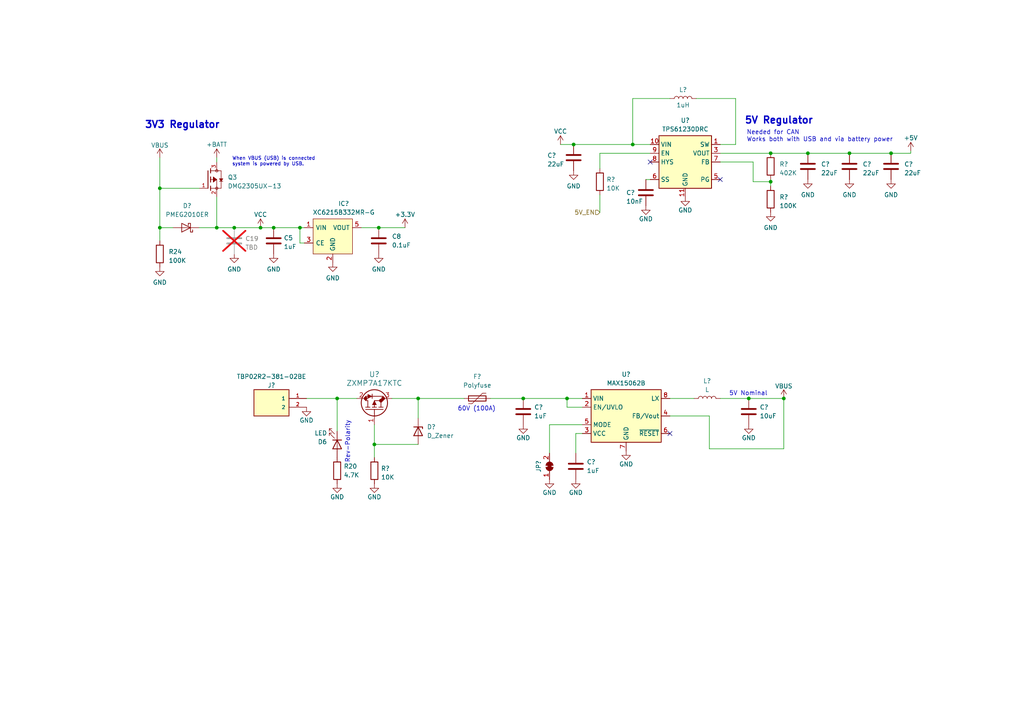
<source format=kicad_sch>
(kicad_sch (version 20230121) (generator eeschema)
  (paper "A4")
  (lib_symbols
    (symbol "DMG2305UX-13:DMG2305UX-13" (pin_names (offset 1.016))
      (property "Reference" "Q" (at -8.89 3.81 0))
      (property "Value" "DMG2305UX-13" (at -8.89 -6.35 0))
      (symbol "DMG2305UX-13_0_0"
        (polyline (pts (xy 0 -2.54) (xy 0 2.54)) (stroke (width 0.254)))
        (polyline (pts (xy 0.762 -3.175) (xy 0.762 -2.54)) (stroke (width 0.254)))
        (polyline (pts (xy 0.762 -2.54) (xy 0.762 -1.905)) (stroke (width 0.254)))
        (polyline (pts (xy 0.762 -2.54) (xy 2.54 -2.54)) (stroke (width 0.1524)))
        (polyline (pts (xy 0.762 -0.762) (xy 0.762 0)) (stroke (width 0.254)))
        (polyline (pts (xy 0.762 0) (xy 0.762 0.762)) (stroke (width 0.254)))
        (polyline (pts (xy 0.762 0) (xy 2.54 0)) (stroke (width 0.1524)))
        (polyline (pts (xy 0.762 1.905) (xy 0.762 2.54)) (stroke (width 0.254)))
        (polyline (pts (xy 0.762 2.54) (xy 0.762 3.175)) (stroke (width 0.254)))
        (polyline (pts (xy 2.54 -2.54) (xy 2.54 0)) (stroke (width 0.1524)))
        (polyline (pts (xy 2.54 -2.54) (xy 3.81 -2.54)) (stroke (width 0.1524)))
        (polyline (pts (xy 2.54 2.54) (xy 0.762 2.54)) (stroke (width 0.1524)))
        (polyline (pts (xy 2.54 2.54) (xy 3.81 2.54)) (stroke (width 0.1524)))
        (polyline (pts (xy 3.81 -0.508) (xy 3.302 -0.508)) (stroke (width 0.1524)))
        (polyline (pts (xy 3.81 -0.508) (xy 3.81 -2.54)) (stroke (width 0.1524)))
        (polyline (pts (xy 3.81 2.54) (xy 3.81 -0.508)) (stroke (width 0.1524)))
        (polyline (pts (xy 4.318 -0.508) (xy 3.81 -0.508)) (stroke (width 0.1524)))
        (polyline (pts (xy 2.54 0) (xy 1.524 0.762) (xy 1.524 -0.762) (xy 2.54 0)) (stroke (width 0.1524)) (fill (type outline)))
        (polyline (pts (xy 3.81 -0.508) (xy 3.302 0.254) (xy 4.318 0.254) (xy 3.81 -0.508)) (stroke (width 0.1524)) (fill (type outline)))
        (circle (center 2.54 -2.54) (radius 0.3592))
        (circle (center 2.54 2.54) (radius 0.3592))
        (pin passive line (at -2.54 -2.54 0) (length 2.54) (name "~") (number "1"))
        (pin passive line (at 2.54 -5.08 90) (length 2.54) (name "~") (number "2"))
        (pin passive line (at 2.54 5.08 270) (length 2.54) (name "~") (number "3"))
      )
    )
    (symbol "Device:C" (pin_numbers hide) (pin_names (offset 0.254))
      (property "Reference" "C" (at 0.635 2.54 0))
      (property "Value" "C" (at 0.635 -2.54 0))
      (symbol "C_0_1"
        (polyline (pts (xy -2.032 -0.762) (xy 2.032 -0.762)) (stroke (width 0.508)))
        (polyline (pts (xy -2.032 0.762) (xy 2.032 0.762)) (stroke (width 0.508)))
      )
      (symbol "C_1_1"
        (pin passive line (at 0 3.81 270) (length 2.794) (name "~") (number "1"))
        (pin passive line (at 0 -3.81 90) (length 2.794) (name "~") (number "2"))
      )
    )
    (symbol "Device:D_Zener" (pin_numbers hide) (pin_names (offset 1.016) hide)
      (property "Reference" "D" (at 0 2.54 0))
      (property "Value" "D_Zener" (at 0 -2.54 0))
      (symbol "D_Zener_0_1"
        (polyline (pts (xy 1.27 0) (xy -1.27 0)))
        (polyline (pts (xy -1.27 -1.27) (xy -1.27 1.27) (xy -0.762 1.27)) (stroke (width 0.254)))
        (polyline (pts (xy 1.27 -1.27) (xy 1.27 1.27) (xy -1.27 0) (xy 1.27 -1.27)) (stroke (width 0.254)))
      )
      (symbol "D_Zener_1_1"
        (pin passive line (at -3.81 0 0) (length 2.54) (name "K") (number "1"))
        (pin passive line (at 3.81 0 180) (length 2.54) (name "A") (number "2"))
      )
    )
    (symbol "Device:L" (pin_numbers hide) (pin_names (offset 1.016) hide)
      (property "Reference" "L" (at -1.27 0 90))
      (property "Value" "L" (at 1.905 0 90))
      (symbol "L_0_1"
        (arc (start 0 -2.54) (mid 0.6323 -1.905) (end 0 -1.27))
        (arc (start 0 -1.27) (mid 0.6323 -0.635) (end 0 0))
        (arc (start 0 0) (mid 0.6323 0.635) (end 0 1.27))
        (arc (start 0 1.27) (mid 0.6323 1.905) (end 0 2.54))
      )
      (symbol "L_1_1"
        (pin passive line (at 0 3.81 270) (length 1.27) (name "1") (number "1"))
        (pin passive line (at 0 -3.81 90) (length 1.27) (name "2") (number "2"))
      )
    )
    (symbol "Device:LED" (pin_numbers hide) (pin_names (offset 1.016) hide)
      (property "Reference" "D" (at 0 2.54 0))
      (property "Value" "LED" (at 0 -2.54 0))
      (symbol "LED_0_1"
        (polyline (pts (xy -1.27 -1.27) (xy -1.27 1.27)) (stroke (width 0.254)))
        (polyline (pts (xy -1.27 0) (xy 1.27 0)))
        (polyline (pts (xy 1.27 -1.27) (xy 1.27 1.27) (xy -1.27 0) (xy 1.27 -1.27)) (stroke (width 0.254)))
        (polyline (pts (xy -3.048 -0.762) (xy -4.572 -2.286) (xy -3.81 -2.286) (xy -4.572 -2.286) (xy -4.572 -1.524)))
        (polyline (pts (xy -1.778 -0.762) (xy -3.302 -2.286) (xy -2.54 -2.286) (xy -3.302 -2.286) (xy -3.302 -1.524)))
      )
      (symbol "LED_1_1"
        (pin passive line (at -3.81 0 0) (length 2.54) (name "K") (number "1"))
        (pin passive line (at 3.81 0 180) (length 2.54) (name "A") (number "2"))
      )
    )
    (symbol "Device:Polyfuse" (pin_numbers hide) (pin_names (offset 0))
      (property "Reference" "F" (at -2.54 0 90))
      (property "Value" "Polyfuse" (at 2.54 0 90))
      (symbol "Polyfuse_0_1"
        (rectangle (start -0.762 2.54) (end 0.762 -2.54) (stroke (width 0.254)))
        (polyline (pts (xy 0 2.54) (xy 0 -2.54)))
        (polyline (pts (xy -1.524 2.54) (xy -1.524 1.524) (xy 1.524 -1.524) (xy 1.524 -2.54)))
      )
      (symbol "Polyfuse_1_1"
        (pin passive line (at 0 3.81 270) (length 1.27) (name "~") (number "1"))
        (pin passive line (at 0 -3.81 90) (length 1.27) (name "~") (number "2"))
      )
    )
    (symbol "Device:R" (pin_numbers hide) (pin_names (offset 0))
      (property "Reference" "R" (at 2.032 0 90))
      (property "Value" "R" (at 0 0 90))
      (symbol "R_0_1"
        (rectangle (start -1.016 -2.54) (end 1.016 2.54) (stroke (width 0.254)))
      )
      (symbol "R_1_1"
        (pin passive line (at 0 3.81 270) (length 1.27) (name "~") (number "1"))
        (pin passive line (at 0 -3.81 90) (length 1.27) (name "~") (number "2"))
      )
    )
    (symbol "Diode:PMEG2010ER" (pin_numbers hide) (pin_names hide)
      (property "Reference" "D" (at 0 2.54 0))
      (property "Value" "PMEG2010ER" (at 0 -2.54 0))
      (symbol "PMEG2010ER_0_1"
        (polyline (pts (xy 1.27 0) (xy -1.27 0)))
        (polyline (pts (xy 1.27 1.27) (xy 1.27 -1.27) (xy -1.27 0) (xy 1.27 1.27)) (stroke (width 0.2032)))
        (polyline (pts (xy -1.905 0.635) (xy -1.905 1.27) (xy -1.27 1.27) (xy -1.27 -1.27) (xy -0.635 -1.27) (xy -0.635 -0.635)) (stroke (width 0.2032)))
      )
      (symbol "PMEG2010ER_1_1"
        (pin passive line (at -3.81 0 0) (length 2.54) (name "K") (number "1"))
        (pin passive line (at 3.81 0 180) (length 2.54) (name "A") (number "2"))
      )
    )
    (symbol "GND_1" (power) (pin_names (offset 0))
      (property "Value" "GND_1" (at 0 -3.81 0))
      (symbol "GND_1_0_1"
        (polyline (pts (xy 0 0) (xy 0 -1.27) (xy 1.27 -1.27) (xy 0 -2.54) (xy -1.27 -1.27) (xy 0 -1.27)))
      )
      (symbol "GND_1_1_1"
        (pin power_in line (at 0 0 270) (length 0) hide (name "GND") (number "1"))
      )
    )
    (symbol "GND_2" (power) (pin_names (offset 0))
      (property "Value" "GND_2" (at 0 -3.81 0))
      (symbol "GND_2_0_1"
        (polyline (pts (xy 0 0) (xy 0 -1.27) (xy 1.27 -1.27) (xy 0 -2.54) (xy -1.27 -1.27) (xy 0 -1.27)))
      )
      (symbol "GND_2_1_1"
        (pin power_in line (at 0 0 270) (length 0) hide (name "GND") (number "1"))
      )
    )
    (symbol "GND_3" (power) (pin_names (offset 0))
      (property "Value" "GND_3" (at 0 -3.81 0))
      (symbol "GND_3_0_1"
        (polyline (pts (xy 0 0) (xy 0 -1.27) (xy 1.27 -1.27) (xy 0 -2.54) (xy -1.27 -1.27) (xy 0 -1.27)))
      )
      (symbol "GND_3_1_1"
        (pin power_in line (at 0 0 270) (length 0) hide (name "GND") (number "1"))
      )
    )
    (symbol "Jumper:SolderJumper_2_Bridged" (pin_names (offset 0) hide)
      (property "Reference" "JP" (at 0 2.032 0))
      (property "Value" "SolderJumper_2_Bridged" (at 0 -2.54 0))
      (symbol "SolderJumper_2_Bridged_0_1"
        (rectangle (start -0.508 0.508) (end 0.508 -0.508) (fill (type outline)))
        (arc (start -0.254 1.016) (mid -1.2656 0) (end -0.254 -1.016))
        (arc (start -0.254 1.016) (mid -1.2656 0) (end -0.254 -1.016) (fill (type outline)))
        (polyline (pts (xy -0.254 1.016) (xy -0.254 -1.016)))
        (polyline (pts (xy 0.254 1.016) (xy 0.254 -1.016)))
        (arc (start 0.254 -1.016) (mid 1.2656 0) (end 0.254 1.016))
        (arc (start 0.254 -1.016) (mid 1.2656 0) (end 0.254 1.016) (fill (type outline)))
      )
      (symbol "SolderJumper_2_Bridged_1_1"
        (pin passive line (at -3.81 0 0) (length 2.54) (name "A") (number "1"))
        (pin passive line (at 3.81 0 180) (length 2.54) (name "B") (number "2"))
      )
    )
    (symbol "Regulator_Switching:MAX15062B"
      (property "Reference" "U" (at -10.16 11.43 0))
      (property "Value" "MAX15062B" (at -10.16 8.89 0))
      (symbol "MAX15062B_0_1"
        (rectangle (start -10.16 7.62) (end 10.16 -7.62) (stroke (width 0.254)) (fill (type background)))
      )
      (symbol "MAX15062B_1_1"
        (pin power_in line (at -12.7 5.08 0) (length 2.54) (name "VIN") (number "1"))
        (pin input line (at -12.7 2.54 0) (length 2.54) (name "EN/UVLO") (number "2"))
        (pin power_out line (at -12.7 -5.08 0) (length 2.54) (name "VCC") (number "3"))
        (pin input line (at 12.7 0 180) (length 2.54) (name "FB/Vout") (number "4"))
        (pin input line (at -12.7 -2.54 0) (length 2.54) (name "MODE") (number "5"))
        (pin open_collector line (at 12.7 -5.08 180) (length 2.54) (name "~{RESET}") (number "6"))
        (pin power_in line (at 0 -10.16 90) (length 2.54) (name "GND") (number "7"))
        (pin power_out line (at 12.7 5.08 180) (length 2.54) (name "LX") (number "8"))
      )
    )
    (symbol "Regulator_Switching:TPS61230DRC"
      (property "Reference" "U" (at -7.62 11.43 0))
      (property "Value" "TPS61230DRC" (at -7.62 8.89 0))
      (symbol "TPS61230DRC_0_1"
        (rectangle (start -7.62 7.62) (end 7.62 -7.62) (stroke (width 0.254)) (fill (type background)))
      )
      (symbol "TPS61230DRC_1_1"
        (pin power_out line (at 10.16 5.08 180) (length 2.54) (name "SW") (number "1"))
        (pin power_in line (at -10.16 5.08 0) (length 2.54) (name "VIN") (number "10"))
        (pin power_in line (at 0 -10.16 90) (length 2.54) (name "GND") (number "11"))
        (pin passive line (at 10.16 5.08 180) (length 2.54) hide (name "SW") (number "2"))
        (pin power_out line (at 10.16 2.54 180) (length 2.54) (name "VOUT") (number "3"))
        (pin passive line (at 10.16 2.54 180) (length 2.54) hide (name "VOUT") (number "4"))
        (pin output line (at 10.16 -5.08 180) (length 2.54) (name "PG") (number "5"))
        (pin input line (at -10.16 -5.08 0) (length 2.54) (name "SS") (number "6"))
        (pin input line (at 10.16 0 180) (length 2.54) (name "FB") (number "7"))
        (pin output line (at -10.16 0 0) (length 2.54) (name "HYS") (number "8"))
        (pin input line (at -10.16 2.54 0) (length 2.54) (name "EN") (number "9"))
      )
    )
    (symbol "connectors:TBP02R2-381-02BE" (pin_names (offset 1.016))
      (property "Reference" "J" (at -5.58 5.08 0))
      (property "Value" "TBP02R2-381-02BE" (at -5.08 -5.08 0))
      (symbol "TBP02R2-381-02BE_0_0"
        (rectangle (start -5.08 -2.54) (end 5.08 5.08) (stroke (width 0.254)) (fill (type background)))
        (pin passive line (at -10.16 2.54 0) (length 5.08) (name "1") (number "1"))
        (pin passive line (at -10.16 0 0) (length 5.08) (name "2") (number "2"))
      )
    )
    (symbol "mosfets:ZXMP7A17KTC" (pin_names (offset 0.254))
      (property "Reference" "U" (at 11.43 1.905 0))
      (property "Value" "ZXMP7A17KTC" (at 11.43 -2.54 0))
      (symbol "ZXMP7A17KTC_0_1"
        (polyline (pts (xy 2.54 0) (xy 4.445 0)) (stroke (width 0.2032)))
        (polyline (pts (xy 4.445 -2.54) (xy 4.445 2.54)) (stroke (width 0.2032)))
        (polyline (pts (xy 5.08 -2.54) (xy 5.08 -1.27)) (stroke (width 0.2032)))
        (polyline (pts (xy 5.08 -1.905) (xy 6.985 -1.905)) (stroke (width 0.2032)))
        (polyline (pts (xy 5.08 -0.635) (xy 5.08 0.635)) (stroke (width 0.2032)))
        (polyline (pts (xy 5.08 0) (xy 6.985 0)) (stroke (width 0.2032)))
        (polyline (pts (xy 5.08 1.27) (xy 5.08 2.54)) (stroke (width 0.2032)))
        (polyline (pts (xy 5.08 1.905) (xy 6.985 1.905)) (stroke (width 0.2032)))
        (polyline (pts (xy 6.985 -2.54) (xy 6.985 0)) (stroke (width 0.2032)))
        (polyline (pts (xy 6.985 -2.54) (xy 8.255 -2.54)) (stroke (width 0.2032)))
        (polyline (pts (xy 6.985 1.905) (xy 6.985 2.54)) (stroke (width 0.2032)))
        (polyline (pts (xy 6.985 2.54) (xy 8.255 2.54)) (stroke (width 0.2032)))
        (polyline (pts (xy 8.255 -2.54) (xy 8.255 0.635)) (stroke (width 0.2032)))
        (polyline (pts (xy 8.255 0.635) (xy 8.255 2.54)) (stroke (width 0.2032)))
        (polyline (pts (xy 8.89 0.635) (xy 7.62 0.635)) (stroke (width 0.2032)))
        (polyline (pts (xy 5.715 0.635) (xy 6.985 0) (xy 5.715 -0.635)) (stroke (width 0.0254)) (fill (type outline)))
        (polyline (pts (xy 8.89 1.905) (xy 7.62 1.905) (xy 8.255 0.635)) (stroke (width 0.0254)) (fill (type outline)))
        (circle (center 6.35 0) (radius 3.81) (stroke (width 0.254)))
        (circle (center 6.985 -1.905) (radius 0.0254) (stroke (width 0.508)))
        (circle (center 7.62 -2.54) (radius 0.0254) (stroke (width 0.508)))
        (circle (center 7.62 2.54) (radius 0.0254) (stroke (width 0.508)))
      )
      (symbol "ZXMP7A17KTC_1_1"
        (pin power_out line (at 0 0 0) (length 2.54) (name "") (number "1"))
        (pin output line (at 7.62 5.08 270) (length 2.54) (name "") (number "2"))
        (pin input line (at 7.62 -5.08 90) (length 2.54) (name "") (number "3"))
      )
    )
    (symbol "power:+3.3V" (power) (pin_names (offset 0))
      (property "Value" "+3.3V" (at 0 3.556 0))
      (symbol "+3.3V_0_1"
        (polyline (pts (xy -0.762 1.27) (xy 0 2.54)))
        (polyline (pts (xy 0 0) (xy 0 2.54)))
        (polyline (pts (xy 0 2.54) (xy 0.762 1.27)))
      )
      (symbol "+3.3V_1_1"
        (pin power_in line (at 0 0 90) (length 0) hide (name "+3.3V") (number "1"))
      )
    )
    (symbol "power:+5V" (power) (pin_names (offset 0))
      (property "Value" "+5V" (at 0 3.556 0))
      (symbol "+5V_0_1"
        (polyline (pts (xy -0.762 1.27) (xy 0 2.54)))
        (polyline (pts (xy 0 0) (xy 0 2.54)))
        (polyline (pts (xy 0 2.54) (xy 0.762 1.27)))
      )
      (symbol "+5V_1_1"
        (pin power_in line (at 0 0 90) (length 0) hide (name "+5V") (number "1"))
      )
    )
    (symbol "power:+BATT" (power) (pin_names (offset 0))
      (property "Value" "+BATT" (at 0 3.556 0))
      (symbol "+BATT_0_1"
        (polyline (pts (xy -0.762 1.27) (xy 0 2.54)))
        (polyline (pts (xy 0 0) (xy 0 2.54)))
        (polyline (pts (xy 0 2.54) (xy 0.762 1.27)))
      )
      (symbol "+BATT_1_1"
        (pin power_in line (at 0 0 90) (length 0) hide (name "+BATT") (number "1"))
      )
    )
    (symbol "power:GND" (power) (pin_names (offset 0))
      (property "Value" "GND" (at 0 -3.81 0))
      (symbol "GND_0_1"
        (polyline (pts (xy 0 0) (xy 0 -1.27) (xy 1.27 -1.27) (xy 0 -2.54) (xy -1.27 -1.27) (xy 0 -1.27)))
      )
      (symbol "GND_1_1"
        (pin power_in line (at 0 0 270) (length 0) hide (name "GND") (number "1"))
      )
    )
    (symbol "power:VBUS" (power) (pin_names (offset 0))
      (property "Value" "VBUS" (at 0 3.81 0))
      (symbol "VBUS_0_1"
        (polyline (pts (xy -0.762 1.27) (xy 0 2.54)))
        (polyline (pts (xy 0 0) (xy 0 2.54)))
        (polyline (pts (xy 0 2.54) (xy 0.762 1.27)))
      )
      (symbol "VBUS_1_1"
        (pin power_in line (at 0 0 90) (length 0) hide (name "VBUS") (number "1"))
      )
    )
    (symbol "power:VCC" (power) (pin_names (offset 0))
      (property "Value" "VCC" (at 0 3.81 0))
      (symbol "VCC_0_1"
        (polyline (pts (xy -0.762 1.27) (xy 0 2.54)))
        (polyline (pts (xy 0 0) (xy 0 2.54)))
        (polyline (pts (xy 0 2.54) (xy 0.762 1.27)))
      )
      (symbol "VCC_1_1"
        (pin power_in line (at 0 0 90) (length 0) hide (name "VCC") (number "1"))
      )
    )
    (symbol "voltage_regs:XC6215B332MR-G" (pin_names (offset 0.762))
      (property "Reference" "IC" (at 24.13 7.62 0))
      (property "Value" "XC6215B332MR-G" (at 24.13 5.08 0))
      (symbol "XC6215B332MR-G_1_0"
        (polyline (pts (xy 5.08 2.54) (xy 16.51 2.54) (xy 16.51 -7.62) (xy 5.08 -7.62) (xy 5.08 2.54)) (stroke (width 0.152)) (fill (type background)))
        (pin passive line (at 2.54 0 0) (length 2.54) (name "VIN") (number "1"))
        (pin passive line (at 10.795 -10.16 90) (length 2.54) (name "GND") (number "2"))
        (pin passive line (at 2.54 -4.445 0) (length 2.54) (name "CE") (number "3"))
        (pin no_connect line (at 19.05 -4.445 180) (length 2.54) hide (name "NC") (number "4"))
        (pin passive line (at 19.05 0 180) (length 2.54) (name "VOUT") (number "5"))
      )
    )
  )
  (junction (at 164.465 115.57))
  (junction (at 46.355 54.61))
  (junction (at 246.38 44.45))
  (junction (at 223.52 44.45))
  (junction (at 75.565 66.04))
  (junction (at 121.285 115.57))
  (junction (at 86.995 66.04))
  (junction (at 183.515 41.91))
  (junction (at 46.355 66.04))
  (junction (at 62.865 66.04))
  (junction (at 79.375 66.04))
  (junction (at 97.79 115.57))
  (junction (at 227.33 115.57))
  (junction (at 109.855 66.04))
  (junction (at 258.445 44.45))
  (junction (at 166.37 41.91))
  (junction (at 108.585 128.905))
  (junction (at 217.17 115.57))
  (junction (at 234.315 44.45))
  (junction (at 67.945 66.04))
  (junction (at 151.765 115.57))
  (junction (at 223.52 52.705))
  (no_connect (at 194.31 125.73))
  (no_connect (at 208.915 52.07))
  (no_connect (at 188.595 46.99))
  (wire (pts (xy 223.52 52.07) (xy 223.52 52.705)))
  (wire (pts (xy 121.285 115.57) (xy 134.62 115.57)))
  (wire (pts (xy 142.24 115.57) (xy 151.765 115.57)))
  (wire (pts (xy 173.99 44.45) (xy 188.595 44.45)))
  (wire (pts (xy 108.585 128.905) (xy 108.585 132.715)))
  (wire (pts (xy 208.915 44.45) (xy 223.52 44.45)))
  (wire (pts (xy 57.785 66.04) (xy 62.865 66.04)))
  (wire (pts (xy 227.33 130.175) (xy 227.33 115.57)))
  (wire (pts (xy 86.995 70.485) (xy 86.995 66.04)))
  (wire (pts (xy 208.915 46.99) (xy 218.44 46.99)))
  (wire (pts (xy 121.285 128.905) (xy 108.585 128.905)))
  (wire (pts (xy 223.52 44.45) (xy 234.315 44.45)))
  (wire (pts (xy 67.945 66.04) (xy 75.565 66.04)))
  (wire (pts (xy 46.355 66.04) (xy 50.165 66.04)))
  (wire (pts (xy 258.445 44.45) (xy 264.16 44.45)))
  (wire (pts (xy 173.99 44.45) (xy 173.99 48.895)))
  (wire (pts (xy 166.37 41.91) (xy 183.515 41.91)))
  (wire (pts (xy 88.265 70.485) (xy 86.995 70.485)))
  (wire (pts (xy 205.74 120.65) (xy 205.74 130.175)))
  (wire (pts (xy 86.995 66.04) (xy 88.265 66.04)))
  (wire (pts (xy 246.38 44.45) (xy 258.445 44.45)))
  (wire (pts (xy 223.52 52.705) (xy 223.52 53.975)))
  (wire (pts (xy 62.865 57.15) (xy 62.865 66.04)))
  (wire (pts (xy 104.775 66.04) (xy 109.855 66.04)))
  (wire (pts (xy 218.44 46.99) (xy 218.44 52.705)))
  (wire (pts (xy 234.315 44.45) (xy 246.38 44.45)))
  (wire (pts (xy 79.375 66.04) (xy 86.995 66.04)))
  (wire (pts (xy 264.16 43.815) (xy 264.16 44.45)))
  (wire (pts (xy 217.17 115.57) (xy 227.33 115.57)))
  (wire (pts (xy 159.385 123.19) (xy 168.91 123.19)))
  (wire (pts (xy 183.515 41.91) (xy 188.595 41.91)))
  (wire (pts (xy 167.005 131.445) (xy 167.005 125.73)))
  (wire (pts (xy 46.355 54.61) (xy 57.785 54.61)))
  (wire (pts (xy 218.44 52.705) (xy 223.52 52.705)))
  (wire (pts (xy 208.915 115.57) (xy 217.17 115.57)))
  (wire (pts (xy 183.515 28.575) (xy 194.31 28.575)))
  (wire (pts (xy 108.585 123.19) (xy 108.585 128.905)))
  (wire (pts (xy 151.765 115.57) (xy 164.465 115.57)))
  (wire (pts (xy 159.385 131.445) (xy 159.385 123.19)))
  (wire (pts (xy 62.865 66.04) (xy 67.945 66.04)))
  (wire (pts (xy 46.355 66.04) (xy 46.355 69.85)))
  (wire (pts (xy 88.9 115.57) (xy 97.79 115.57)))
  (wire (pts (xy 46.355 45.72) (xy 46.355 54.61)))
  (wire (pts (xy 213.36 41.91) (xy 208.915 41.91)))
  (wire (pts (xy 164.465 118.11) (xy 164.465 115.57)))
  (wire (pts (xy 194.31 115.57) (xy 201.295 115.57)))
  (wire (pts (xy 164.465 115.57) (xy 168.91 115.57)))
  (wire (pts (xy 168.91 118.11) (xy 164.465 118.11)))
  (wire (pts (xy 173.99 56.515) (xy 173.99 61.595)))
  (wire (pts (xy 62.865 45.72) (xy 62.865 46.99)))
  (wire (pts (xy 109.855 66.04) (xy 117.475 66.04)))
  (wire (pts (xy 205.74 130.175) (xy 227.33 130.175)))
  (wire (pts (xy 121.285 115.57) (xy 121.285 121.285)))
  (wire (pts (xy 213.36 28.575) (xy 213.36 41.91)))
  (wire (pts (xy 97.79 115.57) (xy 103.505 115.57)))
  (wire (pts (xy 46.355 54.61) (xy 46.355 66.04)))
  (wire (pts (xy 187.325 52.07) (xy 188.595 52.07)))
  (wire (pts (xy 194.31 120.65) (xy 205.74 120.65)))
  (wire (pts (xy 113.665 115.57) (xy 121.285 115.57)))
  (wire (pts (xy 183.515 41.91) (xy 183.515 28.575)))
  (wire (pts (xy 162.56 41.91) (xy 166.37 41.91)))
  (wire (pts (xy 167.005 125.73) (xy 168.91 125.73)))
  (wire (pts (xy 75.565 66.04) (xy 79.375 66.04)))
  (wire (pts (xy 201.93 28.575) (xy 213.36 28.575)))
  (wire (pts (xy 97.79 115.57) (xy 97.79 125.095)))
  (text "5V Regulator" (at 215.9 36.195 0) (effects (font (size 2 2) (thickness 0.4) bold) (justify left bottom)))
  (text "3V3 Regulator" (at 41.91 37.465 0) (effects (font (size 2 2) (thickness 0.4) bold) (justify left bottom)))
  (text "When VBUS (USB) is connected \nsystem is powered by USB." (at 67.31 48.26 0) (effects (font (size 1 1)) (justify left bottom)))
  (text "5V Nominal" (at 211.455 114.935 0) (effects (font (size 1.27 1.27)) (justify left bottom)))
  (text "60V (100A)" (at 132.715 119.38 0) (effects (font (size 1.27 1.27)) (justify left bottom)))
  (text "Rev-Polarity" (at 101.6 121.92 90) (effects (font (size 1.27 1.27)) (justify right bottom)))
  (text "Needed for CAN\nWorks both with USB and via battery power" (at 216.535 41.275 0) (effects (font (size 1.27 1.27)) (justify left bottom)))
  (hierarchical_label "5V_EN" (shape input) (at 173.99 61.595 180))
  (symbol (lib_id "Device:C") (at 246.38 48.26 0) (unit 1)
    (property "Reference" "C?" (at 250.19 47.625 0) (effects (justify left)))
    (property "Value" "22uF" (at 250.19 50.165 0) (effects (justify left)))
    (instances (project "esp32-clover" (path "" (reference "C?") (unit 1)) (path "" (reference "C?") (unit 1)) (path "" (reference "C34") (unit 1))))
  )
  (symbol (lib_id "Device:C") (at 166.37 45.72 0) (unit 1)
    (property "Reference" "C?" (at 158.75 45.085 0) (effects (justify left)))
    (property "Value" "22uF" (at 158.75 47.625 0) (effects (justify left)))
    (instances (project "esp32-clover" (path "" (reference "C?") (unit 1)) (path "" (reference "C?") (unit 1)) (path "" (reference "C31") (unit 1))))
  )
  (symbol (lib_id "Device:C") (at 151.765 119.38 0) (unit 1)
    (property "Reference" "C?" (at 154.94 118.11 0) (effects (justify left)))
    (property "Value" "1uF" (at 154.94 120.65 0) (effects (justify left)))
  )
  (symbol (lib_id "power:VCC") (at 162.56 41.91 0) (unit 1)
    (property "Reference" "#PWR079" (effects hide))
    (property "Value" "VCC" (at 162.56 38.1 0))
    (instances (project "esp32-clover" (path "" (reference "#PWR079") (unit 1)) (path "" (reference "#PWR025") (unit 1)) (path "" (reference "#PWR0121") (unit 1))))
  )
  (symbol (lib_name "GND_3") (lib_id "power:GND") (at 97.79 140.335 0) (unit 1)
    (property "Reference" "#PWR083" (effects hide))
    (property "Value" "GND" (at 97.79 144.145 0))
    (instances (project "esp32-clover" (path "" (reference "#PWR083") (unit 1)) (path "" (reference "#PWR0111") (unit 1)) (path "" (reference "#PWR0138") (unit 1))))
  )
  (symbol (lib_id "Device:R") (at 108.585 136.525 0) (unit 1)
    (property "Reference" "R?" (at 110.49 135.89 0) (effects (justify left)))
    (property "Value" "10K" (at 110.49 138.43 0) (effects (justify left)))
  )
  (symbol (lib_id "Device:R") (at 173.99 52.705 0) (unit 1)
    (property "Reference" "R?" (at 175.895 52.07 0) (effects (justify left)))
    (property "Value" "10K" (at 175.895 54.61 0) (effects (justify left)))
    (instances (project "esp32-clover" (path "" (reference "R?") (unit 1)) (path "" (reference "R?") (unit 1)) (path "" (reference "R41") (unit 1))))
  )
  (symbol (lib_id "Jumper:SolderJumper_2_Bridged") (at 159.385 135.255 90) (unit 1)
    (property "Reference" "JP?" (at 156.21 135.255 0))
    (property "Value" "SolderJumper_2_Bridged" (effects hide))
  )
  (symbol (lib_name "GND_3") (lib_id "power:GND") (at 159.385 139.065 0) (unit 1)
    (property "Reference" "#PWR083" (effects hide))
    (property "Value" "GND" (at 159.385 142.875 0))
    (instances (project "esp32-clover" (path "" (reference "#PWR083") (unit 1)) (path "" (reference "#PWR0111") (unit 1)) (path "" (reference "#PWR0133") (unit 1))))
  )
  (symbol (lib_name "GND_1") (lib_id "power:GND") (at 166.37 49.53 0) (unit 1)
    (property "Reference" "#PWR080" (effects hide))
    (property "Value" "GND" (at 166.37 53.975 0))
    (instances (project "esp32-clover" (path "" (reference "#PWR080") (unit 1)) (path "" (reference "#PWR031") (unit 1)) (path "" (reference "#PWR0122") (unit 1))))
  )
  (symbol (lib_id "mosfets:ZXMP7A17KTC") (at 108.585 123.19 90) (unit 1)
    (property "Reference" "U?" (at 108.585 108.585 90) (effects (font (size 1.524 1.524))))
    (property "Value" "ZXMP7A17KTC" (at 108.585 111.125 90) (effects (font (size 1.524 1.524))))
    (property "Footprint" "mosfets:ZXMP7A17KTC" (effects hide))
    (property "Datasheet" "ZXMP7A17KTC" (effects hide))
  )
  (symbol (lib_name "GND_3") (lib_id "power:GND") (at 108.585 140.335 0) (unit 1)
    (property "Reference" "#PWR083" (effects hide))
    (property "Value" "GND" (at 108.585 144.145 0))
    (instances (project "esp32-clover" (path "" (reference "#PWR083") (unit 1)) (path "" (reference "#PWR0111") (unit 1)) (path "" (reference "#PWR0135") (unit 1))))
  )
  (symbol (lib_id "power:VCC") (at 75.565 66.04 0) (unit 1)
    (property "Reference" "#PWR078" (effects hide))
    (property "Value" "VCC" (at 75.565 62.23 0))
    (instances (project "esp32-clover" (path "" (reference "#PWR078") (unit 1)) (path "" (reference "#PWR0112") (unit 1)) (path "" (reference "#PWR0116") (unit 1))))
  )
  (symbol (lib_id "Device:R") (at 223.52 48.26 0) (unit 1)
    (property "Reference" "R?" (at 226.06 47.625 0) (effects (justify left)))
    (property "Value" "402K" (at 226.06 50.165 0) (effects (justify left)))
    (instances (project "esp32-clover" (path "" (reference "R?") (unit 1)) (path "" (reference "R?") (unit 1)) (path "" (reference "R42") (unit 1))))
  )
  (symbol (lib_name "GND_3") (lib_id "power:GND") (at 88.9 118.11 0) (unit 1)
    (property "Reference" "#PWR083" (effects hide))
    (property "Value" "GND" (at 88.9 121.92 0))
    (instances (project "esp32-clover" (path "" (reference "#PWR083") (unit 1)) (path "" (reference "#PWR0111") (unit 1)) (path "" (reference "#PWR0137") (unit 1))))
  )
  (symbol (lib_id "power:GND") (at 79.375 73.66 0) (unit 1)
    (property "Reference" "#PWR020" (effects hide))
    (property "Value" "GND" (at 79.375 78.1034 0))
    (instances (project "esp32-clover" (path "" (reference "#PWR020") (unit 1)) (path "" (reference "#PWR0113") (unit 1)) (path "" (reference "#PWR0117") (unit 1))))
  )
  (symbol (lib_id "Device:R") (at 97.79 136.525 0) (unit 1)
    (property "Reference" "R20" (at 99.695 135.255 0) (effects (justify left)))
    (property "Value" "4.7K" (at 99.695 137.795 0) (effects (justify left)))
    (property "Footprint" "Resistor_SMD:R_0603_1608Metric" (effects hide))
    (instances (project "esp32-clover" (path "" (reference "R20") (unit 1)) (path "" (reference "R15") (unit 1)) (path "" (reference "R?") (unit 1))))
  )
  (symbol (lib_id "power:GND") (at 96.52 76.2 0) (unit 1)
    (property "Reference" "#PWR026" (effects hide))
    (property "Value" "GND" (at 96.52 80.6434 0))
    (instances (project "esp32-clover" (path "" (reference "#PWR026") (unit 1)) (path "" (reference "#PWR0115") (unit 1)) (path "" (reference "#PWR0118") (unit 1))))
  )
  (symbol (lib_id "power:GND") (at 109.855 73.66 0) (unit 1)
    (property "Reference" "#PWR027" (effects hide))
    (property "Value" "GND" (at 109.855 78.1034 0))
    (instances (project "esp32-clover" (path "" (reference "#PWR027") (unit 1)) (path "" (reference "#PWR0117") (unit 1)) (path "" (reference "#PWR0119") (unit 1))))
  )
  (symbol (lib_id "connectors:TBP02R2-381-02BE") (at 78.74 118.11 0) (mirror y) (unit 1)
    (property "Reference" "J?" (at 78.74 111.76 0))
    (property "Value" "TBP02R2-381-02BE" (at 78.74 109.22 0))
    (property "Footprint" "connectors:TBP02R2-381-02BE" (effects hide))
    (property "STANDARD" "Manufacturer Recommendations" (effects hide))
    (property "MANUFACTURER" "CUI" (effects hide))
  )
  (symbol (lib_name "GND_2") (lib_id "power:GND") (at 246.38 52.07 0) (unit 1)
    (property "Reference" "#PWR085" (effects hide))
    (property "Value" "GND" (at 246.38 56.515 0))
    (instances (project "esp32-clover" (path "" (reference "#PWR085") (unit 1)) (path "" (reference "#PWR0120") (unit 1)) (path "" (reference "#PWR0127") (unit 1))))
  )
  (symbol (lib_name "GND_3") (lib_id "power:GND") (at 167.005 139.065 0) (unit 1)
    (property "Reference" "#PWR083" (effects hide))
    (property "Value" "GND" (at 167.005 142.875 0))
    (instances (project "esp32-clover" (path "" (reference "#PWR083") (unit 1)) (path "" (reference "#PWR0111") (unit 1)) (path "" (reference "#PWR0132") (unit 1))))
  )
  (symbol (lib_id "Device:C") (at 67.945 69.85 0) (unit 1) (dnp yes)
    (property "Reference" "C19" (at 71.12 69.215 0) (effects (justify left)))
    (property "Value" "TBD" (at 71.12 71.755 0) (effects (justify left)))
    (property "Footprint" "Capacitor_SMD:C_0603_1608Metric" (effects hide))
    (instances (project "esp32-clover" (path "" (reference "C19") (unit 1)) (path "" (reference "C?") (unit 1)) (path "" (reference "C28") (unit 1))))
  )
  (symbol (lib_id "Diode:PMEG2010ER") (at 53.975 66.04 180) (unit 1)
    (property "Reference" "D?" (at 54.2925 59.69 0))
    (property "Value" "PMEG2010ER" (at 54.2925 62.23 0))
    (property "Footprint" "Diode_SMD:Nexperia_CFP3_SOD-123W" (effects hide))
    (property "Datasheet" "https://assets.nexperia.com/documents/data-sheet/PMEG2010ER.pdf" (effects hide))
  )
  (symbol (lib_name "GND_3") (lib_id "power:GND") (at 187.325 59.69 0) (unit 1)
    (property "Reference" "#PWR083" (effects hide))
    (property "Value" "GND" (at 187.325 63.5 0))
    (instances (project "esp32-clover" (path "" (reference "#PWR083") (unit 1)) (path "" (reference "#PWR0111") (unit 1)) (path "" (reference "#PWR0123") (unit 1))))
  )
  (symbol (lib_name "GND_3") (lib_id "power:GND") (at 181.61 130.81 0) (unit 1)
    (property "Reference" "#PWR083" (effects hide))
    (property "Value" "GND" (at 181.61 134.62 0))
    (instances (project "esp32-clover" (path "" (reference "#PWR083") (unit 1)) (path "" (reference "#PWR0111") (unit 1)) (path "" (reference "#PWR0130") (unit 1))))
  )
  (symbol (lib_id "Device:L") (at 205.105 115.57 90) (unit 1)
    (property "Reference" "L?" (at 205.105 110.49 90))
    (property "Value" "L" (at 205.105 113.03 90))
    (property "Part" "CLF6045NIT-470M-D" (effects hide))
  )
  (symbol (lib_id "Device:C") (at 258.445 48.26 0) (unit 1)
    (property "Reference" "C?" (at 262.255 47.625 0) (effects (justify left)))
    (property "Value" "22uF" (at 262.255 50.165 0) (effects (justify left)))
    (instances (project "esp32-clover" (path "" (reference "C?") (unit 1)) (path "" (reference "C?") (unit 1)) (path "" (reference "C35") (unit 1))))
  )
  (symbol (lib_id "power:VBUS") (at 46.355 45.72 0) (unit 1)
    (property "Reference" "#PWR060" (effects hide))
    (property "Value" "VBUS" (at 46.355 42.1442 0))
    (instances (project "esp32-clover" (path "" (reference "#PWR060") (unit 1)) (path "" (reference "#PWR021") (unit 1)) (path "" (reference "#PWR0112") (unit 1))))
  )
  (symbol (lib_name "GND_2") (lib_id "power:GND") (at 223.52 61.595 0) (unit 1)
    (property "Reference" "#PWR081" (effects hide))
    (property "Value" "GND" (at 223.52 66.04 0))
    (instances (project "esp32-clover" (path "" (reference "#PWR081") (unit 1)) (path "" (reference "#PWR0116") (unit 1)) (path "" (reference "#PWR0125") (unit 1))))
  )
  (symbol (lib_id "DMG2305UX-13:DMG2305UX-13") (at 60.325 52.07 0) (unit 1)
    (property "Reference" "Q3" (at 66.04 51.435 0) (effects (justify left)))
    (property "Value" "DMG2305UX-13" (at 66.04 53.975 0) (effects (justify left)))
    (property "Footprint" "DMG3205UX-13:SOT91P240X110-3N" (effects hide))
    (property "PARTREV" "09/2018" (effects hide))
    (property "MANUFACTURER" "Diodes Inc." (effects hide))
    (property "MAXIMUM_PACKAGE_HEIGHT" "1.1mm" (effects hide))
    (property "STANDARD" "IPC-7351B" (effects hide))
    (instances (project "esp32-clover" (path "" (reference "Q3") (unit 1)) (path "" (reference "Q?") (unit 1)) (path "" (reference "Q5") (unit 1))))
  )
  (symbol (lib_id "Device:C") (at 79.375 69.85 0) (unit 1)
    (property "Reference" "C5" (at 82.296 69.0153 0) (effects (justify left)))
    (property "Value" "1uF" (at 82.296 71.5522 0) (effects (justify left)))
    (property "Footprint" "Capacitor_SMD:C_0603_1608Metric" (effects hide))
    (instances (project "esp32-clover" (path "" (reference "C5") (unit 1)) (path "" (reference "C?") (unit 1)) (path "" (reference "C29") (unit 1))))
  )
  (symbol (lib_id "Device:C") (at 217.17 119.38 0) (unit 1)
    (property "Reference" "C?" (at 220.345 118.11 0) (effects (justify left)))
    (property "Value" "10uF" (at 220.345 120.65 0) (effects (justify left)))
  )
  (symbol (lib_id "Device:D_Zener") (at 121.285 125.095 270) (unit 1)
    (property "Reference" "D?" (at 123.825 123.825 90) (effects (justify left)))
    (property "Value" "D_Zener" (at 123.825 126.365 90) (effects (justify left)))
    (property "Part" "MMSZ11T1G" (effects hide))
  )
  (symbol (lib_name "GND_2") (lib_id "power:GND") (at 234.315 52.07 0) (unit 1)
    (property "Reference" "#PWR084" (effects hide))
    (property "Value" "GND" (at 234.315 56.515 0))
    (instances (project "esp32-clover" (path "" (reference "#PWR084") (unit 1)) (path "" (reference "#PWR0119") (unit 1)) (path "" (reference "#PWR0126") (unit 1))))
  )
  (symbol (lib_id "Device:R") (at 46.355 73.66 180) (unit 1)
    (property "Reference" "R24" (at 48.895 73.025 0) (effects (justify right)))
    (property "Value" "100K" (at 48.895 75.565 0) (effects (justify right)))
    (property "Footprint" "Resistor_SMD:R_0603_1608Metric" (effects hide))
    (instances (project "esp32-clover" (path "" (reference "R24") (unit 1)) (path "" (reference "R?") (unit 1)) (path "" (reference "R40") (unit 1))))
  )
  (symbol (lib_id "Device:LED") (at 97.79 128.905 270) (unit 1)
    (property "Reference" "D6" (at 94.869 128.1522 90) (effects (justify right)))
    (property "Value" "LED" (at 94.869 125.6153 90) (effects (justify right)))
    (property "Footprint" "LED_SMD:LED_0603_1608Metric" (effects hide))
    (property "Color" "Green" (effects hide))
    (instances (project "esp32-clover" (path "" (reference "D6") (unit 1)) (path "" (reference "D5") (unit 1)) (path "" (reference "D?") (unit 1))))
  )
  (symbol (lib_id "Device:C") (at 109.855 69.85 0) (unit 1)
    (property "Reference" "C8" (at 113.665 68.58 0) (effects (justify left)))
    (property "Value" "0.1uF" (at 113.665 71.12 0) (effects (justify left)))
    (property "Footprint" "Capacitor_SMD:C_0603_1608Metric" (effects hide))
    (instances (project "esp32-clover" (path "" (reference "C8") (unit 1)) (path "" (reference "C?") (unit 1)) (path "" (reference "C30") (unit 1))))
  )
  (symbol (lib_id "power:+3.3V") (at 117.475 66.04 0) (unit 1)
    (property "Reference" "#PWR030" (effects hide))
    (property "Value" "+3.3V" (at 117.475 62.23 0))
    (instances (project "esp32-clover" (path "" (reference "#PWR030") (unit 1)) (path "" (reference "#PWR0118") (unit 1)) (path "" (reference "#PWR0120") (unit 1))))
  )
  (symbol (lib_id "Device:Polyfuse") (at 138.43 115.57 90) (unit 1)
    (property "Reference" "F?" (at 138.43 109.22 90))
    (property "Value" "Polyfuse" (at 138.43 111.76 90))
    (property "Footprint" "Fuse:Fuse_2920_7451Metric" (effects hide))
    (property "Part" "0ZCF0050FF2C" (effects hide))
  )
  (symbol (lib_name "GND_3") (lib_id "power:GND") (at 198.755 57.15 0) (unit 1)
    (property "Reference" "#PWR082" (effects hide))
    (property "Value" "GND" (at 198.755 60.96 0))
    (instances (project "esp32-clover" (path "" (reference "#PWR082") (unit 1)) (path "" (reference "#PWR0114") (unit 1)) (path "" (reference "#PWR0124") (unit 1))))
  )
  (symbol (lib_id "Device:R") (at 223.52 57.785 0) (unit 1)
    (property "Reference" "R?" (at 226.06 57.15 0) (effects (justify left)))
    (property "Value" "100K" (at 226.06 59.69 0) (effects (justify left)))
    (instances (project "esp32-clover" (path "" (reference "R?") (unit 1)) (path "" (reference "R?") (unit 1)) (path "" (reference "R43") (unit 1))))
  )
  (symbol (lib_id "power:+5V") (at 264.16 43.815 0) (unit 1)
    (property "Reference" "#PWR087" (effects hide))
    (property "Value" "+5V" (at 264.16 40.005 0))
    (instances (project "esp32-clover" (path "" (reference "#PWR087") (unit 1)) (path "" (reference "#PWR0122") (unit 1)) (path "" (reference "#PWR0129") (unit 1))))
  )
  (symbol (lib_id "Device:C") (at 234.315 48.26 0) (unit 1)
    (property "Reference" "C?" (at 238.125 47.625 0) (effects (justify left)))
    (property "Value" "22uF" (at 238.125 50.165 0) (effects (justify left)))
    (instances (project "esp32-clover" (path "" (reference "C?") (unit 1)) (path "" (reference "C?") (unit 1)) (path "" (reference "C33") (unit 1))))
  )
  (symbol (lib_id "Regulator_Switching:TPS61230DRC") (at 198.755 46.99 0) (unit 1)
    (property "Reference" "U?" (at 198.755 34.925 0))
    (property "Value" "TPS61230DRC" (at 198.755 37.465 0))
    (property "Footprint" "Package_SON:Texas_S-PVSON-N10_ThermalVias" (effects hide))
    (property "Datasheet" "http://www.ti.com/lit/ds/symlink/tps61232.pdf" (effects hide))
    (instances (project "esp32-clover" (path "" (reference "U?") (unit 1)) (path "" (reference "U?") (unit 1)) (path "" (reference "U15") (unit 1))))
  )
  (symbol (lib_name "GND_3") (lib_id "power:GND") (at 217.17 123.19 0) (unit 1)
    (property "Reference" "#PWR083" (effects hide))
    (property "Value" "GND" (at 217.17 127 0))
    (instances (project "esp32-clover" (path "" (reference "#PWR083") (unit 1)) (path "" (reference "#PWR0111") (unit 1)) (path "" (reference "#PWR0134") (unit 1))))
  )
  (symbol (lib_id "Regulator_Switching:MAX15062B") (at 181.61 120.65 0) (unit 1)
    (property "Reference" "U?" (at 181.61 108.585 0))
    (property "Value" "MAX15062B" (at 181.61 111.125 0))
    (property "Footprint" "Package_DFN_QFN:DFN-8_2x2mm_P0.5mm" (effects hide))
    (property "Datasheet" "http://datasheets.maximintegrated.com/en/ds/MAX15062.pdf" (effects hide))
  )
  (symbol (lib_id "power:+BATT") (at 62.865 45.72 0) (unit 1)
    (property "Reference" "#PWR063" (effects hide))
    (property "Value" "+BATT" (at 62.865 41.91 0))
    (instances (project "esp32-clover" (path "" (reference "#PWR063") (unit 1)) (path "" (reference "#PWR065") (unit 1)) (path "" (reference "#PWR0114") (unit 1))))
  )
  (symbol (lib_id "power:GND") (at 46.355 77.47 0) (unit 1)
    (property "Reference" "#PWR061" (effects hide))
    (property "Value" "GND" (at 46.355 81.9134 0))
    (instances (project "esp32-clover" (path "" (reference "#PWR061") (unit 1)) (path "" (reference "#PWR024") (unit 1)) (path "" (reference "#PWR0113") (unit 1))))
  )
  (symbol (lib_id "Device:L") (at 198.12 28.575 90) (unit 1)
    (property "Reference" "L?" (at 198.12 26.035 90))
    (property "Value" "1uH" (at 198.12 30.48 90))
    (property "Part" "Similar to: XFL4020-102ME" (effects hide))
    (instances (project "esp32-clover" (path "" (reference "L?") (unit 1)) (path "" (reference "L?") (unit 1)) (path "" (reference "L2") (unit 1))))
  )
  (symbol (lib_id "Device:C") (at 187.325 55.88 0) (unit 1)
    (property "Reference" "C?" (at 181.61 55.88 0) (effects (justify left)))
    (property "Value" "10nF" (at 181.61 58.42 0) (effects (justify left)))
    (instances (project "esp32-clover" (path "" (reference "C?") (unit 1)) (path "" (reference "C?") (unit 1)) (path "" (reference "C32") (unit 1))))
  )
  (symbol (lib_id "Device:C") (at 167.005 135.255 0) (unit 1)
    (property "Reference" "C?" (at 170.18 133.985 0) (effects (justify left)))
    (property "Value" "1uF" (at 170.18 136.525 0) (effects (justify left)))
  )
  (symbol (lib_id "power:GND") (at 67.945 73.66 0) (unit 1)
    (property "Reference" "#PWR064" (effects hide))
    (property "Value" "GND" (at 67.945 78.1034 0))
    (instances (project "esp32-clover" (path "" (reference "#PWR064") (unit 1)) (path "" (reference "#PWR0110") (unit 1)) (path "" (reference "#PWR0115") (unit 1))))
  )
  (symbol (lib_name "GND_2") (lib_id "power:GND") (at 258.445 52.07 0) (unit 1)
    (property "Reference" "#PWR086" (effects hide))
    (property "Value" "GND" (at 258.445 56.515 0))
    (instances (project "esp32-clover" (path "" (reference "#PWR086") (unit 1)) (path "" (reference "#PWR0121") (unit 1)) (path "" (reference "#PWR0128") (unit 1))))
  )
  (symbol (lib_id "voltage_regs:XC6215B332MR-G") (at 85.725 66.04 0) (unit 1)
    (property "Reference" "IC?" (at 99.695 59.055 0))
    (property "Value" "XC6215B332MR-G" (at 99.695 61.595 0))
    (property "Footprint" "voltage_regs:XC6215B332MR-G" (effects hide))
    (property "Datasheet" "https://www.torexsemi.com/file/xc6215/XC6215.pdf" (effects hide))
    (property "Description" "LDO Voltage Regulators 0.8uA Low Quiescent Current Vltg Reg" (effects hide))
    (property "Height" "1.3" (effects hide))
    (property "Manufacturer_Name" "Torex" (effects hide))
    (property "Manufacturer_Part_Number" "XC6215B332MR-G" (effects hide))
    (property "Mouser Part Number" "865-XC6215B332MR-G" (effects hide))
    (property "Mouser Price/Stock" "https://www.mouser.co.uk/ProductDetail/Torex-Semiconductor/XC6215B332MR-G?qs=AsjdqWjXhJ%252BU0g%252BU2lNkGA%3D%3D" (effects hide))
  )
  (symbol (lib_id "power:VBUS") (at 227.33 115.57 0) (unit 1)
    (property "Reference" "#PWR060" (effects hide))
    (property "Value" "VBUS" (at 227.33 111.9942 0))
    (instances (project "esp32-clover" (path "" (reference "#PWR060") (unit 1)) (path "" (reference "#PWR021") (unit 1)) (path "" (reference "#PWR0136") (unit 1))))
  )
  (symbol (lib_name "GND_3") (lib_id "power:GND") (at 151.765 123.19 0) (unit 1)
    (property "Reference" "#PWR083" (effects hide))
    (property "Value" "GND" (at 151.765 127 0))
    (instances (project "esp32-clover" (path "" (reference "#PWR083") (unit 1)) (path "" (reference "#PWR0111") (unit 1)) (path "" (reference "#PWR0131") (unit 1))))
  )
)
</source>
